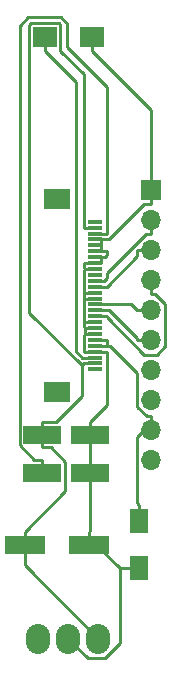
<source format=gbr>
G04 #@! TF.FileFunction,Copper,L2,Bot,Signal*
%FSLAX46Y46*%
G04 Gerber Fmt 4.6, Leading zero omitted, Abs format (unit mm)*
G04 Created by KiCad (PCBNEW 4.0.7-e2-6376~58~ubuntu16.04.1) date Mon Jun 25 07:50:44 2018*
%MOMM*%
%LPD*%
G01*
G04 APERTURE LIST*
%ADD10C,0.100000*%
%ADD11R,3.500000X1.600000*%
%ADD12R,3.200000X1.500000*%
%ADD13R,1.600000X2.000000*%
%ADD14R,2.000000X1.700000*%
%ADD15O,2.032000X2.540000*%
%ADD16R,1.700000X1.700000*%
%ADD17O,1.700000X1.700000*%
%ADD18R,2.200000X1.800000*%
%ADD19R,1.300000X0.300000*%
%ADD20C,0.250000*%
G04 APERTURE END LIST*
D10*
D11*
X167300000Y-94050000D03*
X172700000Y-94050000D03*
D12*
X168800000Y-84700000D03*
X172800000Y-84700000D03*
X168800000Y-87900000D03*
X172800000Y-87900000D03*
D13*
X177000000Y-92000000D03*
X177000000Y-96000000D03*
D14*
X169000000Y-51000000D03*
X173000000Y-51000000D03*
D15*
X171000000Y-102000000D03*
X173540000Y-102000000D03*
X168460000Y-102000000D03*
D16*
X178000000Y-64000000D03*
D17*
X178000000Y-66540000D03*
X178000000Y-69080000D03*
X178000000Y-71620000D03*
X178000000Y-74160000D03*
X178000000Y-76700000D03*
X178000000Y-79240000D03*
X178000000Y-81780000D03*
X178000000Y-84320000D03*
X178000000Y-86860000D03*
D18*
X170010000Y-81060000D03*
X170010000Y-64760000D03*
D19*
X173260000Y-66660000D03*
X173260000Y-67160000D03*
X173260000Y-67660000D03*
X173260000Y-68160000D03*
X173260000Y-68660000D03*
X173260000Y-69160000D03*
X173260000Y-69660000D03*
X173260000Y-70160000D03*
X173260000Y-70660000D03*
X173260000Y-71160000D03*
X173260000Y-71660000D03*
X173260000Y-72160000D03*
X173260000Y-72660000D03*
X173260000Y-73160000D03*
X173260000Y-73660000D03*
X173260000Y-74160000D03*
X173260000Y-74660000D03*
X173260000Y-75160000D03*
X173260000Y-75660000D03*
X173260000Y-76160000D03*
X173260000Y-76660000D03*
X173260000Y-77160000D03*
X173260000Y-77660000D03*
X173260000Y-78160000D03*
X173260000Y-78660000D03*
X173260000Y-79160000D03*
D20*
X173260000Y-78660000D02*
X172284700Y-78660000D01*
X173260000Y-67160000D02*
X172284700Y-67160000D01*
X172159800Y-78784900D02*
X172109800Y-78784900D01*
X172284700Y-78660000D02*
X172159800Y-78784900D01*
X172284700Y-54134700D02*
X172284700Y-67160000D01*
X170325400Y-52175400D02*
X172284700Y-54134700D01*
X170325400Y-49957400D02*
X170325400Y-52175400D01*
X170192600Y-49824600D02*
X170325400Y-49957400D01*
X167826200Y-49824600D02*
X170192600Y-49824600D01*
X167674600Y-49976200D02*
X167826200Y-49824600D01*
X167674600Y-74349700D02*
X167674600Y-49976200D01*
X172109800Y-78784900D02*
X167674600Y-74349700D01*
X169937400Y-83624700D02*
X168800000Y-83624700D01*
X172109800Y-81452300D02*
X169937400Y-83624700D01*
X172109800Y-78784900D02*
X172109800Y-81452300D01*
X168800000Y-84700000D02*
X168800000Y-83624700D01*
X168800000Y-84700000D02*
X168800000Y-85775300D01*
X167300000Y-95760000D02*
X167300000Y-94050000D01*
X173540000Y-102000000D02*
X167300000Y-95760000D01*
X169505700Y-85775300D02*
X168800000Y-85775300D01*
X170725400Y-86995000D02*
X169505700Y-85775300D01*
X170725400Y-89499300D02*
X170725400Y-86995000D01*
X167300000Y-92924700D02*
X170725400Y-89499300D01*
X167300000Y-94050000D02*
X167300000Y-92924700D01*
X178000000Y-64000000D02*
X178000000Y-62824700D01*
X173260000Y-75160000D02*
X172284700Y-75160000D01*
X173260000Y-76160000D02*
X173044400Y-76160000D01*
X173044400Y-76160000D02*
X172428200Y-76160000D01*
X172284700Y-76303500D02*
X172284700Y-77660000D01*
X172428200Y-76160000D02*
X172284700Y-76303500D01*
X173260000Y-75660000D02*
X172397300Y-75660000D01*
X172397300Y-76129100D02*
X172397300Y-75660000D01*
X172428200Y-76160000D02*
X172397300Y-76129100D01*
X173747700Y-70160000D02*
X173747700Y-69660000D01*
X173260000Y-70160000D02*
X173747700Y-70160000D01*
X172772400Y-77660000D02*
X172284700Y-77660000D01*
X172772400Y-77660000D02*
X173260000Y-77660000D01*
X173260000Y-77660000D02*
X174235300Y-77660000D01*
X172800000Y-84700000D02*
X172800000Y-83624700D01*
X173260000Y-70660000D02*
X172772400Y-70660000D01*
X173260000Y-70160000D02*
X172284700Y-70160000D01*
X174235300Y-82189400D02*
X174235300Y-77660000D01*
X172800000Y-83624700D02*
X174235300Y-82189400D01*
X178000000Y-57175300D02*
X173000000Y-52175300D01*
X178000000Y-62824700D02*
X178000000Y-57175300D01*
X173000000Y-51000000D02*
X173000000Y-52175300D01*
X172284700Y-75547400D02*
X172284700Y-75160000D01*
X172397300Y-75660000D02*
X172284700Y-75547400D01*
X172284700Y-75160000D02*
X172284700Y-73160000D01*
X173260000Y-73160000D02*
X172772400Y-73160000D01*
X173260000Y-72660000D02*
X172284700Y-72660000D01*
X172428200Y-73160000D02*
X172284700Y-73160000D01*
X172772400Y-73160000D02*
X172428200Y-73160000D01*
X172284700Y-73016500D02*
X172284700Y-72660000D01*
X172428200Y-73160000D02*
X172284700Y-73016500D01*
X172284700Y-70803500D02*
X172428200Y-70660000D01*
X172284700Y-72660000D02*
X172284700Y-70803500D01*
X172772400Y-70660000D02*
X172428200Y-70660000D01*
X172284700Y-70516500D02*
X172284700Y-70160000D01*
X172428200Y-70660000D02*
X172284700Y-70516500D01*
X177398200Y-65175300D02*
X178000000Y-65175300D01*
X174413500Y-68160000D02*
X177398200Y-65175300D01*
X174235300Y-68160000D02*
X174413500Y-68160000D01*
X178000000Y-64000000D02*
X178000000Y-65175300D01*
X172800000Y-84700000D02*
X172800000Y-87900000D01*
X172800000Y-92824700D02*
X172700000Y-92924700D01*
X172800000Y-87900000D02*
X172800000Y-92824700D01*
X172700000Y-94050000D02*
X172700000Y-93575000D01*
X172700000Y-93575000D02*
X172700000Y-92924700D01*
X177000000Y-96000000D02*
X175874700Y-96000000D01*
X175349800Y-96000000D02*
X175874700Y-96000000D01*
X172924800Y-93575000D02*
X175349800Y-96000000D01*
X172700000Y-93575000D02*
X172924800Y-93575000D01*
X172632100Y-103632100D02*
X171000000Y-102000000D01*
X174085400Y-103632100D02*
X172632100Y-103632100D01*
X175349800Y-102367700D02*
X174085400Y-103632100D01*
X175349800Y-96000000D02*
X175349800Y-102367700D01*
X173747700Y-68660000D02*
X173747700Y-68160000D01*
X173260000Y-68660000D02*
X173747700Y-68660000D01*
X173260000Y-68160000D02*
X173747700Y-68160000D01*
X173747700Y-68160000D02*
X174235300Y-68160000D01*
X173260000Y-69660000D02*
X173503900Y-69660000D01*
X173503900Y-69660000D02*
X173747700Y-69660000D01*
X174235300Y-69516500D02*
X174235300Y-69160000D01*
X174091800Y-69660000D02*
X174235300Y-69516500D01*
X173747700Y-69660000D02*
X174091800Y-69660000D01*
X173747700Y-69160000D02*
X173747700Y-68660000D01*
X173260000Y-69160000D02*
X173747700Y-69160000D01*
X173747700Y-69160000D02*
X174235300Y-69160000D01*
X168094300Y-86824700D02*
X168800000Y-86824700D01*
X166874600Y-85605000D02*
X168094300Y-86824700D01*
X166874600Y-50067100D02*
X166874600Y-85605000D01*
X167616800Y-49324900D02*
X166874600Y-50067100D01*
X170330400Y-49324900D02*
X167616800Y-49324900D01*
X170883300Y-49877800D02*
X170330400Y-49324900D01*
X170883300Y-51899500D02*
X170883300Y-49877800D01*
X174235300Y-55251500D02*
X170883300Y-51899500D01*
X174235300Y-67660000D02*
X174235300Y-55251500D01*
X173260000Y-67660000D02*
X174235300Y-67660000D01*
X168800000Y-87900000D02*
X168800000Y-86824700D01*
X173260000Y-77160000D02*
X174235300Y-77160000D01*
X173260000Y-76660000D02*
X174235300Y-76660000D01*
X174235300Y-77160000D02*
X174235300Y-76660000D01*
X177632600Y-83144700D02*
X178000000Y-83144700D01*
X176824700Y-82336800D02*
X177632600Y-83144700D01*
X176824700Y-79499400D02*
X176824700Y-82336800D01*
X174485300Y-77160000D02*
X176824700Y-79499400D01*
X174235300Y-77160000D02*
X174485300Y-77160000D01*
X178000000Y-84320000D02*
X178000000Y-83732300D01*
X178000000Y-83732300D02*
X178000000Y-83144700D01*
X176805300Y-90480000D02*
X177000000Y-90674700D01*
X176805300Y-84927000D02*
X176805300Y-90480000D01*
X178000000Y-83732300D02*
X176805300Y-84927000D01*
X177000000Y-92000000D02*
X177000000Y-90674700D01*
X177537300Y-67715300D02*
X178000000Y-67715300D01*
X174235300Y-71017300D02*
X177537300Y-67715300D01*
X174235300Y-71444800D02*
X174235300Y-71017300D01*
X174020100Y-71660000D02*
X174235300Y-71444800D01*
X173260000Y-71660000D02*
X174020100Y-71660000D01*
X178000000Y-66540000D02*
X178000000Y-67715300D01*
X178000000Y-69080000D02*
X176824700Y-69080000D01*
X173260000Y-72160000D02*
X174235300Y-72160000D01*
X176824700Y-69570600D02*
X176824700Y-69080000D01*
X174235300Y-72160000D02*
X176824700Y-69570600D01*
X174235300Y-74747500D02*
X174235300Y-74660000D01*
X177391400Y-77903600D02*
X174235300Y-74747500D01*
X178479800Y-77903600D02*
X177391400Y-77903600D01*
X179177600Y-77205800D02*
X178479800Y-77903600D01*
X179177600Y-73605600D02*
X179177600Y-77205800D01*
X178367300Y-72795300D02*
X179177600Y-73605600D01*
X178000000Y-72795300D02*
X178367300Y-72795300D01*
X178000000Y-71620000D02*
X178000000Y-72795300D01*
X173260000Y-74660000D02*
X174235300Y-74660000D01*
X176324700Y-73660000D02*
X173260000Y-73660000D01*
X176824700Y-74160000D02*
X176324700Y-73660000D01*
X178000000Y-74160000D02*
X176824700Y-74160000D01*
X178000000Y-76700000D02*
X176824700Y-76700000D01*
X174444000Y-74160000D02*
X173260000Y-74160000D01*
X176824700Y-76540700D02*
X174444000Y-74160000D01*
X176824700Y-76700000D02*
X176824700Y-76540700D01*
X169000000Y-51000000D02*
X169000000Y-52175300D01*
X172139100Y-78160000D02*
X173260000Y-78160000D01*
X171620100Y-77641000D02*
X172139100Y-78160000D01*
X171620100Y-54795400D02*
X171620100Y-77641000D01*
X169000000Y-52175300D02*
X171620100Y-54795400D01*
M02*

</source>
